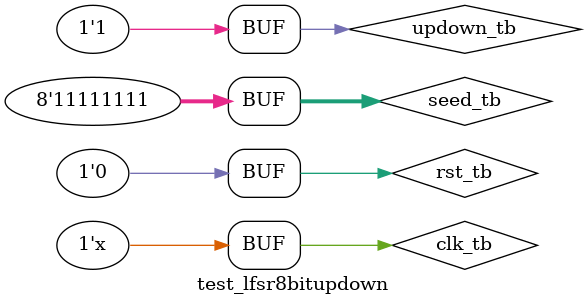
<source format=v>
`timescale 1ns / 1ps


module test_lfsr8bitupdown();
 
    reg clk_tb;
    reg rst_tb;
    reg updown_tb;
    reg[7:0] seed_tb;
    wire[7:0] outReg_tb;
    
    
    
    //TestBench muestra la señal en directa. Cuando se pulsa el rst reinicia
    initial
    begin
        clk_tb = 0;
        seed_tb = 8'b11111111;
        rst_tb = 1;
        updown_tb = 0;
        #15;
        
        rst_tb = 0;
        #500;
        
        updown_tb = 1;

        #100;
    end
    
    always
    begin
        #10;
        clk_tb = ~ clk_tb;
    end
    
    LFSR8bitUpDown LFSR8bitUpDown(clk_tb, rst_tb, updown_tb, seed_tb, outReg_tb);
    
endmodule

</source>
